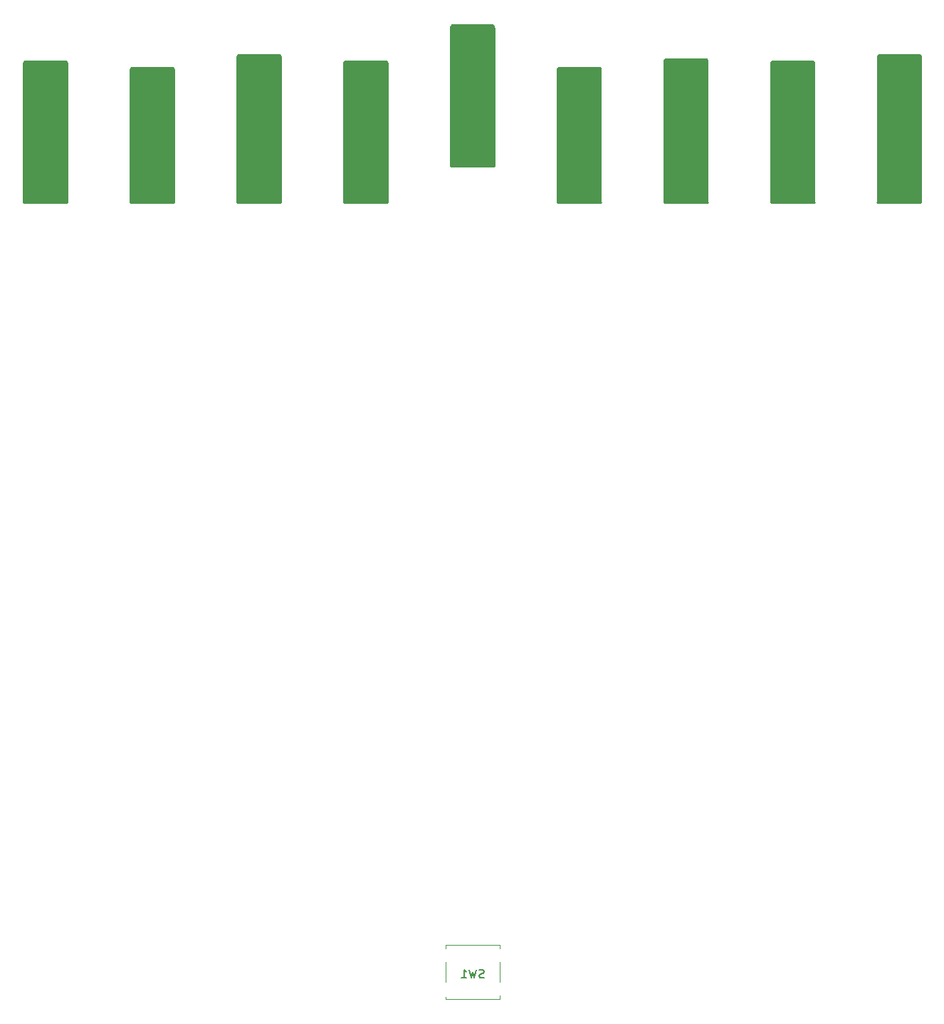
<source format=gbo>
G04 #@! TF.GenerationSoftware,KiCad,Pcbnew,(5.1.4)-1*
G04 #@! TF.CreationDate,2020-11-24T15:39:13-05:00*
G04 #@! TF.ProjectId,Menorah,4d656e6f-7261-4682-9e6b-696361645f70,rev?*
G04 #@! TF.SameCoordinates,Original*
G04 #@! TF.FileFunction,Legend,Bot*
G04 #@! TF.FilePolarity,Positive*
%FSLAX46Y46*%
G04 Gerber Fmt 4.6, Leading zero omitted, Abs format (unit mm)*
G04 Created by KiCad (PCBNEW (5.1.4)-1) date 2020-11-24 15:39:13*
%MOMM*%
%LPD*%
G04 APERTURE LIST*
%ADD10C,0.120000*%
%ADD11C,0.150000*%
%ADD12C,0.254000*%
G04 APERTURE END LIST*
D10*
X145246800Y-146919600D02*
X145246800Y-147329600D01*
X145246800Y-147329600D02*
X138826800Y-147329600D01*
X138826800Y-147329600D02*
X138826800Y-147049600D01*
X138826800Y-145319600D02*
X138826800Y-142919600D01*
X138826800Y-141319600D02*
X138826800Y-140909600D01*
X138826800Y-140909600D02*
X145246800Y-140909600D01*
X145246800Y-140909600D02*
X145246800Y-141319600D01*
X145246800Y-142919600D02*
X145246800Y-145319600D01*
D11*
X143370133Y-144778361D02*
X143227276Y-144825980D01*
X142989180Y-144825980D01*
X142893942Y-144778361D01*
X142846323Y-144730742D01*
X142798704Y-144635504D01*
X142798704Y-144540266D01*
X142846323Y-144445028D01*
X142893942Y-144397409D01*
X142989180Y-144349790D01*
X143179657Y-144302171D01*
X143274895Y-144254552D01*
X143322514Y-144206933D01*
X143370133Y-144111695D01*
X143370133Y-144016457D01*
X143322514Y-143921219D01*
X143274895Y-143873600D01*
X143179657Y-143825980D01*
X142941561Y-143825980D01*
X142798704Y-143873600D01*
X142465371Y-143825980D02*
X142227276Y-144825980D01*
X142036800Y-144111695D01*
X141846323Y-144825980D01*
X141608228Y-143825980D01*
X140703466Y-144825980D02*
X141274895Y-144825980D01*
X140989180Y-144825980D02*
X140989180Y-143825980D01*
X141084419Y-143968838D01*
X141179657Y-144064076D01*
X141274895Y-144111695D01*
D12*
G36*
X157141086Y-36713583D02*
G01*
X157151795Y-36729649D01*
X157161714Y-36746263D01*
X157170815Y-36763399D01*
X157179073Y-36781031D01*
X157186459Y-36799130D01*
X157192948Y-36817671D01*
X157198512Y-36836626D01*
X157203125Y-36855969D01*
X157206760Y-36875673D01*
X157209389Y-36895711D01*
X157210986Y-36916056D01*
X157211525Y-36936680D01*
X157211525Y-52579300D01*
X157212057Y-52599705D01*
X157213637Y-52619832D01*
X157216238Y-52639656D01*
X157219834Y-52659149D01*
X157224397Y-52678285D01*
X157229901Y-52697037D01*
X157232688Y-52705000D01*
X152068902Y-52705000D01*
X152071688Y-52697037D01*
X152077192Y-52678285D01*
X152081754Y-52659149D01*
X152085349Y-52639656D01*
X152087949Y-52619832D01*
X152089529Y-52599705D01*
X152090062Y-52579300D01*
X152090062Y-36936680D01*
X152090600Y-36916056D01*
X152092197Y-36895711D01*
X152094826Y-36875673D01*
X152098461Y-36855969D01*
X152103074Y-36836626D01*
X152108638Y-36817671D01*
X152115127Y-36799130D01*
X152122514Y-36781031D01*
X152130772Y-36763399D01*
X152139874Y-36746263D01*
X152149793Y-36729649D01*
X152160503Y-36713583D01*
X152168342Y-36703000D01*
X157133247Y-36703000D01*
X157141086Y-36713583D01*
X157141086Y-36713583D01*
G37*
X157141086Y-36713583D02*
X157151795Y-36729649D01*
X157161714Y-36746263D01*
X157170815Y-36763399D01*
X157179073Y-36781031D01*
X157186459Y-36799130D01*
X157192948Y-36817671D01*
X157198512Y-36836626D01*
X157203125Y-36855969D01*
X157206760Y-36875673D01*
X157209389Y-36895711D01*
X157210986Y-36916056D01*
X157211525Y-36936680D01*
X157211525Y-52579300D01*
X157212057Y-52599705D01*
X157213637Y-52619832D01*
X157216238Y-52639656D01*
X157219834Y-52659149D01*
X157224397Y-52678285D01*
X157229901Y-52697037D01*
X157232688Y-52705000D01*
X152068902Y-52705000D01*
X152071688Y-52697037D01*
X152077192Y-52678285D01*
X152081754Y-52659149D01*
X152085349Y-52639656D01*
X152087949Y-52619832D01*
X152089529Y-52599705D01*
X152090062Y-52579300D01*
X152090062Y-36936680D01*
X152090600Y-36916056D01*
X152092197Y-36895711D01*
X152094826Y-36875673D01*
X152098461Y-36855969D01*
X152103074Y-36836626D01*
X152108638Y-36817671D01*
X152115127Y-36799130D01*
X152122514Y-36781031D01*
X152130772Y-36763399D01*
X152139874Y-36746263D01*
X152149793Y-36729649D01*
X152160503Y-36713583D01*
X152168342Y-36703000D01*
X157133247Y-36703000D01*
X157141086Y-36713583D01*
G36*
X169834317Y-35698126D02*
G01*
X169845026Y-35714192D01*
X169854945Y-35730806D01*
X169864047Y-35747942D01*
X169872304Y-35765574D01*
X169879691Y-35783673D01*
X169886180Y-35802214D01*
X169891744Y-35821169D01*
X169896357Y-35840512D01*
X169899992Y-35860216D01*
X169902621Y-35880254D01*
X169904218Y-35900599D01*
X169904757Y-35921223D01*
X169904757Y-52579300D01*
X169905289Y-52599705D01*
X169906869Y-52619832D01*
X169909470Y-52639656D01*
X169913066Y-52659149D01*
X169917629Y-52678285D01*
X169923133Y-52697037D01*
X169925920Y-52705000D01*
X164762131Y-52705000D01*
X164764917Y-52697037D01*
X164770421Y-52678285D01*
X164774983Y-52659149D01*
X164778578Y-52639656D01*
X164781178Y-52619832D01*
X164782758Y-52599705D01*
X164783291Y-52579300D01*
X164783291Y-35921223D01*
X164783829Y-35900599D01*
X164785426Y-35880254D01*
X164788055Y-35860216D01*
X164791690Y-35840512D01*
X164796303Y-35821169D01*
X164801867Y-35802214D01*
X164808356Y-35783673D01*
X164815743Y-35765574D01*
X164824001Y-35747942D01*
X164833103Y-35730806D01*
X164843022Y-35714192D01*
X164853732Y-35698126D01*
X164861973Y-35687000D01*
X169826076Y-35687000D01*
X169834317Y-35698126D01*
X169834317Y-35698126D01*
G37*
X169834317Y-35698126D02*
X169845026Y-35714192D01*
X169854945Y-35730806D01*
X169864047Y-35747942D01*
X169872304Y-35765574D01*
X169879691Y-35783673D01*
X169886180Y-35802214D01*
X169891744Y-35821169D01*
X169896357Y-35840512D01*
X169899992Y-35860216D01*
X169902621Y-35880254D01*
X169904218Y-35900599D01*
X169904757Y-35921223D01*
X169904757Y-52579300D01*
X169905289Y-52599705D01*
X169906869Y-52619832D01*
X169909470Y-52639656D01*
X169913066Y-52659149D01*
X169917629Y-52678285D01*
X169923133Y-52697037D01*
X169925920Y-52705000D01*
X164762131Y-52705000D01*
X164764917Y-52697037D01*
X164770421Y-52678285D01*
X164774983Y-52659149D01*
X164778578Y-52639656D01*
X164781178Y-52619832D01*
X164782758Y-52599705D01*
X164783291Y-52579300D01*
X164783291Y-35921223D01*
X164783829Y-35900599D01*
X164785426Y-35880254D01*
X164788055Y-35860216D01*
X164791690Y-35840512D01*
X164796303Y-35821169D01*
X164801867Y-35802214D01*
X164808356Y-35783673D01*
X164815743Y-35765574D01*
X164824001Y-35747942D01*
X164833103Y-35730806D01*
X164843022Y-35714192D01*
X164853732Y-35698126D01*
X164861973Y-35687000D01*
X169826076Y-35687000D01*
X169834317Y-35698126D01*
G36*
X182527316Y-35951990D02*
G01*
X182538025Y-35968056D01*
X182547944Y-35984670D01*
X182557046Y-36001806D01*
X182565303Y-36019438D01*
X182572690Y-36037537D01*
X182579179Y-36056078D01*
X182584743Y-36075033D01*
X182589356Y-36094376D01*
X182592991Y-36114080D01*
X182595620Y-36134118D01*
X182597217Y-36154463D01*
X182597756Y-36175087D01*
X182597756Y-52579300D01*
X182598288Y-52599705D01*
X182599868Y-52619832D01*
X182602469Y-52639656D01*
X182606065Y-52659149D01*
X182610628Y-52678285D01*
X182616132Y-52697037D01*
X182618919Y-52705000D01*
X177455163Y-52705000D01*
X177457950Y-52697037D01*
X177463454Y-52678285D01*
X177468017Y-52659149D01*
X177471613Y-52639656D01*
X177474214Y-52619832D01*
X177475794Y-52599705D01*
X177476327Y-52579300D01*
X177476327Y-36175087D01*
X177476865Y-36154463D01*
X177478462Y-36134118D01*
X177481091Y-36114080D01*
X177484726Y-36094376D01*
X177489339Y-36075033D01*
X177494903Y-36056078D01*
X177501392Y-36037537D01*
X177508779Y-36019438D01*
X177517036Y-36001806D01*
X177526138Y-35984670D01*
X177536057Y-35968056D01*
X177546766Y-35951990D01*
X177554906Y-35941000D01*
X182519176Y-35941000D01*
X182527316Y-35951990D01*
X182527316Y-35951990D01*
G37*
X182527316Y-35951990D02*
X182538025Y-35968056D01*
X182547944Y-35984670D01*
X182557046Y-36001806D01*
X182565303Y-36019438D01*
X182572690Y-36037537D01*
X182579179Y-36056078D01*
X182584743Y-36075033D01*
X182589356Y-36094376D01*
X182592991Y-36114080D01*
X182595620Y-36134118D01*
X182597217Y-36154463D01*
X182597756Y-36175087D01*
X182597756Y-52579300D01*
X182598288Y-52599705D01*
X182599868Y-52619832D01*
X182602469Y-52639656D01*
X182606065Y-52659149D01*
X182610628Y-52678285D01*
X182616132Y-52697037D01*
X182618919Y-52705000D01*
X177455163Y-52705000D01*
X177457950Y-52697037D01*
X177463454Y-52678285D01*
X177468017Y-52659149D01*
X177471613Y-52639656D01*
X177474214Y-52619832D01*
X177475794Y-52599705D01*
X177476327Y-52579300D01*
X177476327Y-36175087D01*
X177476865Y-36154463D01*
X177478462Y-36134118D01*
X177481091Y-36114080D01*
X177484726Y-36094376D01*
X177489339Y-36075033D01*
X177494903Y-36056078D01*
X177501392Y-36037537D01*
X177508779Y-36019438D01*
X177517036Y-36001806D01*
X177526138Y-35984670D01*
X177536057Y-35968056D01*
X177546766Y-35951990D01*
X177554906Y-35941000D01*
X182519176Y-35941000D01*
X182527316Y-35951990D01*
G36*
X195220770Y-35190398D02*
G01*
X195231479Y-35206464D01*
X195241398Y-35223078D01*
X195250500Y-35240214D01*
X195258757Y-35257846D01*
X195266144Y-35275945D01*
X195272633Y-35294486D01*
X195278197Y-35313441D01*
X195282810Y-35332784D01*
X195286445Y-35352488D01*
X195289074Y-35372526D01*
X195290671Y-35392871D01*
X195291210Y-35413495D01*
X195291210Y-52579301D01*
X195291742Y-52599706D01*
X195293322Y-52619833D01*
X195295923Y-52639657D01*
X195299519Y-52659150D01*
X195304082Y-52678286D01*
X195309586Y-52697038D01*
X195312372Y-52705000D01*
X190148553Y-52705000D01*
X190151339Y-52697037D01*
X190156843Y-52678285D01*
X190161405Y-52659149D01*
X190165000Y-52639656D01*
X190167600Y-52619832D01*
X190169180Y-52599705D01*
X190169713Y-52579300D01*
X190169713Y-35413495D01*
X190170251Y-35392871D01*
X190171848Y-35372526D01*
X190174477Y-35352488D01*
X190178112Y-35332784D01*
X190182725Y-35313441D01*
X190188289Y-35294486D01*
X190194778Y-35275945D01*
X190202165Y-35257846D01*
X190210423Y-35240214D01*
X190219525Y-35223078D01*
X190229444Y-35206464D01*
X190240154Y-35190398D01*
X190248596Y-35179000D01*
X195212328Y-35179000D01*
X195220770Y-35190398D01*
X195220770Y-35190398D01*
G37*
X195220770Y-35190398D02*
X195231479Y-35206464D01*
X195241398Y-35223078D01*
X195250500Y-35240214D01*
X195258757Y-35257846D01*
X195266144Y-35275945D01*
X195272633Y-35294486D01*
X195278197Y-35313441D01*
X195282810Y-35332784D01*
X195286445Y-35352488D01*
X195289074Y-35372526D01*
X195290671Y-35392871D01*
X195291210Y-35413495D01*
X195291210Y-52579301D01*
X195291742Y-52599706D01*
X195293322Y-52619833D01*
X195295923Y-52639657D01*
X195299519Y-52659150D01*
X195304082Y-52678286D01*
X195309586Y-52697038D01*
X195312372Y-52705000D01*
X190148553Y-52705000D01*
X190151339Y-52697037D01*
X190156843Y-52678285D01*
X190161405Y-52659149D01*
X190165000Y-52639656D01*
X190167600Y-52619832D01*
X190169180Y-52599705D01*
X190169713Y-52579300D01*
X190169713Y-35413495D01*
X190170251Y-35392871D01*
X190171848Y-35372526D01*
X190174477Y-35352488D01*
X190178112Y-35332784D01*
X190182725Y-35313441D01*
X190188289Y-35294486D01*
X190194778Y-35275945D01*
X190202165Y-35257846D01*
X190210423Y-35240214D01*
X190219525Y-35223078D01*
X190229444Y-35206464D01*
X190240154Y-35190398D01*
X190248596Y-35179000D01*
X195212328Y-35179000D01*
X195220770Y-35190398D01*
G36*
X93674644Y-35951990D02*
G01*
X93685354Y-35968056D01*
X93695273Y-35984670D01*
X93704375Y-36001806D01*
X93712633Y-36019438D01*
X93720020Y-36037537D01*
X93726509Y-36056078D01*
X93732073Y-36075033D01*
X93736686Y-36094376D01*
X93740321Y-36114080D01*
X93742950Y-36134118D01*
X93744547Y-36154463D01*
X93745085Y-36175087D01*
X93745085Y-52579300D01*
X93745618Y-52599705D01*
X93747198Y-52619832D01*
X93749798Y-52639656D01*
X93753393Y-52659149D01*
X93757955Y-52678285D01*
X93763459Y-52697037D01*
X93766245Y-52705000D01*
X88602457Y-52705000D01*
X88605244Y-52697037D01*
X88610748Y-52678285D01*
X88615311Y-52659149D01*
X88618907Y-52639656D01*
X88621508Y-52619832D01*
X88623088Y-52599705D01*
X88623620Y-52579300D01*
X88623620Y-36175087D01*
X88624159Y-36154463D01*
X88625756Y-36134118D01*
X88628385Y-36114080D01*
X88632020Y-36094376D01*
X88636633Y-36075033D01*
X88642197Y-36056078D01*
X88648686Y-36037537D01*
X88656073Y-36019438D01*
X88664330Y-36001806D01*
X88673432Y-35984670D01*
X88683351Y-35968056D01*
X88694060Y-35951990D01*
X88702200Y-35941000D01*
X93666504Y-35941000D01*
X93674644Y-35951990D01*
X93674644Y-35951990D01*
G37*
X93674644Y-35951990D02*
X93685354Y-35968056D01*
X93695273Y-35984670D01*
X93704375Y-36001806D01*
X93712633Y-36019438D01*
X93720020Y-36037537D01*
X93726509Y-36056078D01*
X93732073Y-36075033D01*
X93736686Y-36094376D01*
X93740321Y-36114080D01*
X93742950Y-36134118D01*
X93744547Y-36154463D01*
X93745085Y-36175087D01*
X93745085Y-52579300D01*
X93745618Y-52599705D01*
X93747198Y-52619832D01*
X93749798Y-52639656D01*
X93753393Y-52659149D01*
X93757955Y-52678285D01*
X93763459Y-52697037D01*
X93766245Y-52705000D01*
X88602457Y-52705000D01*
X88605244Y-52697037D01*
X88610748Y-52678285D01*
X88615311Y-52659149D01*
X88618907Y-52639656D01*
X88621508Y-52619832D01*
X88623088Y-52599705D01*
X88623620Y-52579300D01*
X88623620Y-36175087D01*
X88624159Y-36154463D01*
X88625756Y-36134118D01*
X88628385Y-36114080D01*
X88632020Y-36094376D01*
X88636633Y-36075033D01*
X88642197Y-36056078D01*
X88648686Y-36037537D01*
X88656073Y-36019438D01*
X88664330Y-36001806D01*
X88673432Y-35984670D01*
X88683351Y-35968056D01*
X88694060Y-35951990D01*
X88702200Y-35941000D01*
X93666504Y-35941000D01*
X93674644Y-35951990D01*
G36*
X106368033Y-36713583D02*
G01*
X106378742Y-36729649D01*
X106388661Y-36746263D01*
X106397763Y-36763399D01*
X106406020Y-36781031D01*
X106413407Y-36799130D01*
X106419896Y-36817671D01*
X106425460Y-36836626D01*
X106430073Y-36855969D01*
X106433708Y-36875673D01*
X106436337Y-36895711D01*
X106437934Y-36916056D01*
X106438473Y-36936680D01*
X106438473Y-52579300D01*
X106439005Y-52599705D01*
X106440585Y-52619832D01*
X106443186Y-52639656D01*
X106446782Y-52659149D01*
X106451345Y-52678285D01*
X106456849Y-52697037D01*
X106459636Y-52705000D01*
X101295881Y-52705000D01*
X101298668Y-52697037D01*
X101304172Y-52678285D01*
X101308735Y-52659149D01*
X101312331Y-52639656D01*
X101314932Y-52619832D01*
X101316512Y-52599705D01*
X101317045Y-52579300D01*
X101317045Y-36936680D01*
X101317583Y-36916056D01*
X101319180Y-36895711D01*
X101321809Y-36875673D01*
X101325444Y-36855969D01*
X101330057Y-36836626D01*
X101335621Y-36817671D01*
X101342110Y-36799130D01*
X101349497Y-36781031D01*
X101357754Y-36763399D01*
X101366856Y-36746263D01*
X101376775Y-36729649D01*
X101387484Y-36713583D01*
X101395323Y-36703000D01*
X106360194Y-36703000D01*
X106368033Y-36713583D01*
X106368033Y-36713583D01*
G37*
X106368033Y-36713583D02*
X106378742Y-36729649D01*
X106388661Y-36746263D01*
X106397763Y-36763399D01*
X106406020Y-36781031D01*
X106413407Y-36799130D01*
X106419896Y-36817671D01*
X106425460Y-36836626D01*
X106430073Y-36855969D01*
X106433708Y-36875673D01*
X106436337Y-36895711D01*
X106437934Y-36916056D01*
X106438473Y-36936680D01*
X106438473Y-52579300D01*
X106439005Y-52599705D01*
X106440585Y-52619832D01*
X106443186Y-52639656D01*
X106446782Y-52659149D01*
X106451345Y-52678285D01*
X106456849Y-52697037D01*
X106459636Y-52705000D01*
X101295881Y-52705000D01*
X101298668Y-52697037D01*
X101304172Y-52678285D01*
X101308735Y-52659149D01*
X101312331Y-52639656D01*
X101314932Y-52619832D01*
X101316512Y-52599705D01*
X101317045Y-52579300D01*
X101317045Y-36936680D01*
X101317583Y-36916056D01*
X101319180Y-36895711D01*
X101321809Y-36875673D01*
X101325444Y-36855969D01*
X101330057Y-36836626D01*
X101335621Y-36817671D01*
X101342110Y-36799130D01*
X101349497Y-36781031D01*
X101357754Y-36763399D01*
X101366856Y-36746263D01*
X101376775Y-36729649D01*
X101387484Y-36713583D01*
X101395323Y-36703000D01*
X106360194Y-36703000D01*
X106368033Y-36713583D01*
G36*
X119061066Y-35190398D02*
G01*
X119071776Y-35206464D01*
X119081695Y-35223078D01*
X119090797Y-35240214D01*
X119099055Y-35257846D01*
X119106442Y-35275945D01*
X119112931Y-35294486D01*
X119118495Y-35313441D01*
X119123108Y-35332784D01*
X119126743Y-35352488D01*
X119129372Y-35372526D01*
X119130969Y-35392871D01*
X119131508Y-35413495D01*
X119131508Y-52579300D01*
X119132040Y-52599705D01*
X119133620Y-52619832D01*
X119136220Y-52639656D01*
X119139815Y-52659149D01*
X119144378Y-52678285D01*
X119149881Y-52697037D01*
X119152667Y-52705000D01*
X113988880Y-52705000D01*
X113991667Y-52697037D01*
X113997171Y-52678285D01*
X114001734Y-52659149D01*
X114005330Y-52639656D01*
X114007931Y-52619832D01*
X114009511Y-52599705D01*
X114010044Y-52579300D01*
X114010044Y-35413495D01*
X114010582Y-35392871D01*
X114012179Y-35372526D01*
X114014808Y-35352488D01*
X114018443Y-35332784D01*
X114023056Y-35313441D01*
X114028620Y-35294486D01*
X114035109Y-35275945D01*
X114042496Y-35257846D01*
X114050753Y-35240214D01*
X114059855Y-35223078D01*
X114069774Y-35206464D01*
X114080483Y-35190398D01*
X114088925Y-35179000D01*
X119052624Y-35179000D01*
X119061066Y-35190398D01*
X119061066Y-35190398D01*
G37*
X119061066Y-35190398D02*
X119071776Y-35206464D01*
X119081695Y-35223078D01*
X119090797Y-35240214D01*
X119099055Y-35257846D01*
X119106442Y-35275945D01*
X119112931Y-35294486D01*
X119118495Y-35313441D01*
X119123108Y-35332784D01*
X119126743Y-35352488D01*
X119129372Y-35372526D01*
X119130969Y-35392871D01*
X119131508Y-35413495D01*
X119131508Y-52579300D01*
X119132040Y-52599705D01*
X119133620Y-52619832D01*
X119136220Y-52639656D01*
X119139815Y-52659149D01*
X119144378Y-52678285D01*
X119149881Y-52697037D01*
X119152667Y-52705000D01*
X113988880Y-52705000D01*
X113991667Y-52697037D01*
X113997171Y-52678285D01*
X114001734Y-52659149D01*
X114005330Y-52639656D01*
X114007931Y-52619832D01*
X114009511Y-52599705D01*
X114010044Y-52579300D01*
X114010044Y-35413495D01*
X114010582Y-35392871D01*
X114012179Y-35372526D01*
X114014808Y-35352488D01*
X114018443Y-35332784D01*
X114023056Y-35313441D01*
X114028620Y-35294486D01*
X114035109Y-35275945D01*
X114042496Y-35257846D01*
X114050753Y-35240214D01*
X114059855Y-35223078D01*
X114069774Y-35206464D01*
X114080483Y-35190398D01*
X114088925Y-35179000D01*
X119052624Y-35179000D01*
X119061066Y-35190398D01*
G36*
X131754275Y-35951990D02*
G01*
X131764985Y-35968056D01*
X131774904Y-35984670D01*
X131784006Y-36001806D01*
X131792264Y-36019438D01*
X131799651Y-36037537D01*
X131806140Y-36056078D01*
X131811704Y-36075033D01*
X131816317Y-36094376D01*
X131819952Y-36114080D01*
X131822581Y-36134118D01*
X131824178Y-36154463D01*
X131824717Y-36175087D01*
X131824717Y-52579300D01*
X131825249Y-52599705D01*
X131826829Y-52619832D01*
X131829429Y-52639656D01*
X131833024Y-52659149D01*
X131837587Y-52678285D01*
X131843090Y-52697037D01*
X131845876Y-52705000D01*
X126682090Y-52705000D01*
X126684877Y-52697037D01*
X126690381Y-52678285D01*
X126694944Y-52659149D01*
X126698540Y-52639656D01*
X126701141Y-52619832D01*
X126702721Y-52599705D01*
X126703254Y-52579300D01*
X126703254Y-36175087D01*
X126703792Y-36154463D01*
X126705389Y-36134118D01*
X126708018Y-36114080D01*
X126711653Y-36094376D01*
X126716266Y-36075033D01*
X126721830Y-36056078D01*
X126728319Y-36037537D01*
X126735706Y-36019438D01*
X126743963Y-36001806D01*
X126753065Y-35984670D01*
X126762984Y-35968056D01*
X126773693Y-35951990D01*
X126781833Y-35941000D01*
X131746134Y-35941000D01*
X131754275Y-35951990D01*
X131754275Y-35951990D01*
G37*
X131754275Y-35951990D02*
X131764985Y-35968056D01*
X131774904Y-35984670D01*
X131784006Y-36001806D01*
X131792264Y-36019438D01*
X131799651Y-36037537D01*
X131806140Y-36056078D01*
X131811704Y-36075033D01*
X131816317Y-36094376D01*
X131819952Y-36114080D01*
X131822581Y-36134118D01*
X131824178Y-36154463D01*
X131824717Y-36175087D01*
X131824717Y-52579300D01*
X131825249Y-52599705D01*
X131826829Y-52619832D01*
X131829429Y-52639656D01*
X131833024Y-52659149D01*
X131837587Y-52678285D01*
X131843090Y-52697037D01*
X131845876Y-52705000D01*
X126682090Y-52705000D01*
X126684877Y-52697037D01*
X126690381Y-52678285D01*
X126694944Y-52659149D01*
X126698540Y-52639656D01*
X126701141Y-52619832D01*
X126702721Y-52599705D01*
X126703254Y-52579300D01*
X126703254Y-36175087D01*
X126703792Y-36154463D01*
X126705389Y-36134118D01*
X126708018Y-36114080D01*
X126711653Y-36094376D01*
X126716266Y-36075033D01*
X126721830Y-36056078D01*
X126728319Y-36037537D01*
X126735706Y-36019438D01*
X126743963Y-36001806D01*
X126753065Y-35984670D01*
X126762984Y-35968056D01*
X126773693Y-35951990D01*
X126781833Y-35941000D01*
X131746134Y-35941000D01*
X131754275Y-35951990D01*
G36*
X144397458Y-31634016D02*
G01*
X144411061Y-31647618D01*
X144423980Y-31661876D01*
X144436189Y-31676764D01*
X144447662Y-31692254D01*
X144458371Y-31708320D01*
X144468290Y-31724934D01*
X144477392Y-31742070D01*
X144485649Y-31759702D01*
X144493036Y-31777801D01*
X144499525Y-31796342D01*
X144505089Y-31815297D01*
X144509702Y-31834640D01*
X144513337Y-31854344D01*
X144515966Y-31874382D01*
X144517563Y-31894727D01*
X144518102Y-31915351D01*
X144518102Y-48319600D01*
X144518634Y-48340005D01*
X144520214Y-48360132D01*
X144522815Y-48379955D01*
X144524115Y-48387000D01*
X139390660Y-48387000D01*
X139391960Y-48379955D01*
X139394561Y-48360132D01*
X139396141Y-48340005D01*
X139396674Y-48319600D01*
X139396674Y-31915351D01*
X139397212Y-31894727D01*
X139398809Y-31874382D01*
X139401438Y-31854344D01*
X139405073Y-31834640D01*
X139409686Y-31815297D01*
X139415250Y-31796342D01*
X139421739Y-31777801D01*
X139429126Y-31759702D01*
X139437383Y-31742070D01*
X139446485Y-31724934D01*
X139456404Y-31708320D01*
X139467113Y-31692254D01*
X139478586Y-31676764D01*
X139490795Y-31661876D01*
X139503714Y-31647618D01*
X139517317Y-31634016D01*
X139529474Y-31623000D01*
X144385301Y-31623000D01*
X144397458Y-31634016D01*
X144397458Y-31634016D01*
G37*
X144397458Y-31634016D02*
X144411061Y-31647618D01*
X144423980Y-31661876D01*
X144436189Y-31676764D01*
X144447662Y-31692254D01*
X144458371Y-31708320D01*
X144468290Y-31724934D01*
X144477392Y-31742070D01*
X144485649Y-31759702D01*
X144493036Y-31777801D01*
X144499525Y-31796342D01*
X144505089Y-31815297D01*
X144509702Y-31834640D01*
X144513337Y-31854344D01*
X144515966Y-31874382D01*
X144517563Y-31894727D01*
X144518102Y-31915351D01*
X144518102Y-48319600D01*
X144518634Y-48340005D01*
X144520214Y-48360132D01*
X144522815Y-48379955D01*
X144524115Y-48387000D01*
X139390660Y-48387000D01*
X139391960Y-48379955D01*
X139394561Y-48360132D01*
X139396141Y-48340005D01*
X139396674Y-48319600D01*
X139396674Y-31915351D01*
X139397212Y-31894727D01*
X139398809Y-31874382D01*
X139401438Y-31854344D01*
X139405073Y-31834640D01*
X139409686Y-31815297D01*
X139415250Y-31796342D01*
X139421739Y-31777801D01*
X139429126Y-31759702D01*
X139437383Y-31742070D01*
X139446485Y-31724934D01*
X139456404Y-31708320D01*
X139467113Y-31692254D01*
X139478586Y-31676764D01*
X139490795Y-31661876D01*
X139503714Y-31647618D01*
X139517317Y-31634016D01*
X139529474Y-31623000D01*
X144385301Y-31623000D01*
X144397458Y-31634016D01*
M02*

</source>
